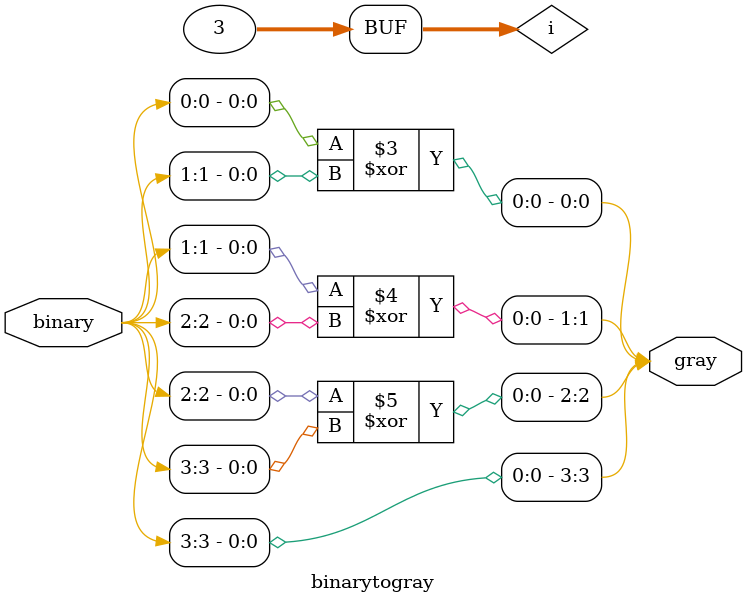
<source format=v>
`timescale 1ns / 1ps


module binarytogray(input [3:0] binary, output reg [3:0] gray);
      integer i;
    always @(*) begin
  
        for (i = 0; i < 3; i = i + 1) begin 
            gray[i] = binary[i] ^ binary[i+1];
        end
        gray[3] = binary[3];
    end
endmodule

</source>
